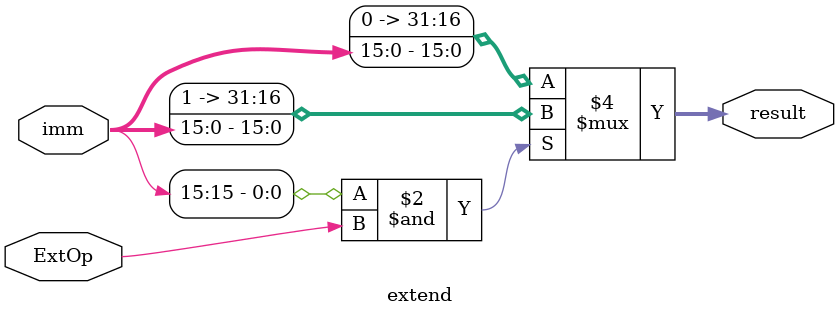
<source format=v>
module extend
(
    input [15:0] imm,
    input ExtOp,
    output reg[31:0] result
);

    always@(ExtOp, imm)
    begin
        if (imm[15]&ExtOp)
            result = {16'hffff, imm};
        else
            result = {16'h0000, imm};
     end                  
endmodule

</source>
